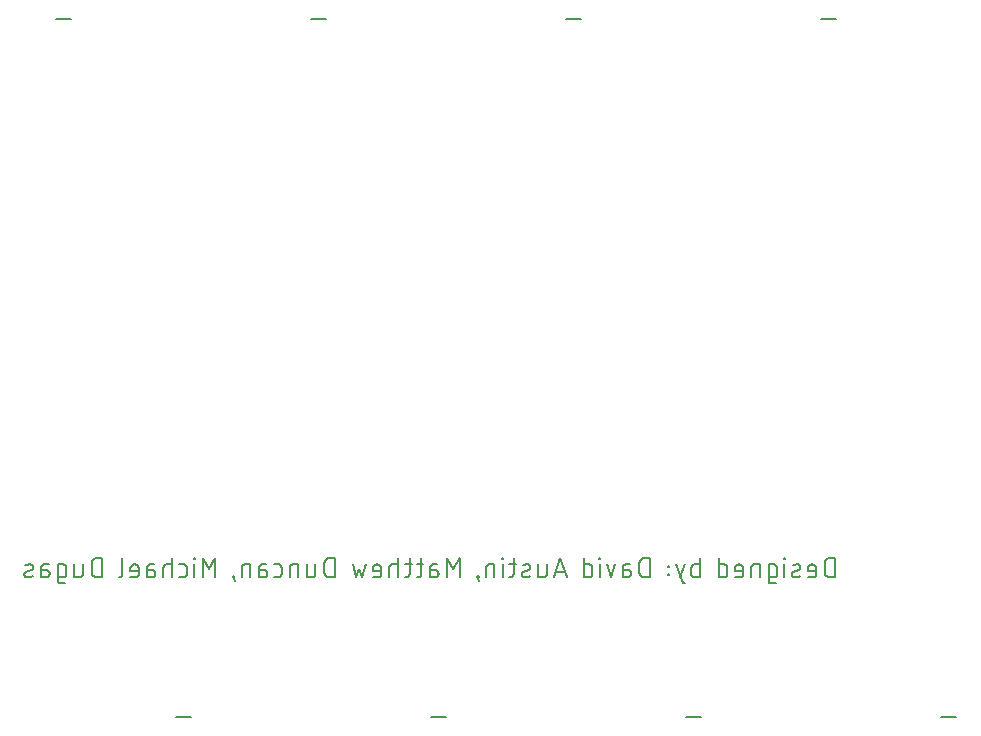
<source format=gbo>
G04 EAGLE Gerber X2 export*
%TF.Part,Single*%
%TF.FileFunction,Other,Bottom Silkscreen*%
%TF.FilePolarity,Positive*%
%TF.GenerationSoftware,Autodesk,EAGLE,8.7.1*%
%TF.CreationDate,2018-04-02T18:03:59Z*%
G75*
%MOMM*%
%FSLAX34Y34*%
%LPD*%
%AMOC8*
5,1,8,0,0,1.08239X$1,22.5*%
G01*
%ADD10C,0.152400*%
%ADD11C,0.203200*%


D10*
X805688Y197612D02*
X805688Y213868D01*
X801172Y213868D01*
X801041Y213866D01*
X800909Y213860D01*
X800778Y213851D01*
X800648Y213837D01*
X800517Y213820D01*
X800388Y213799D01*
X800259Y213775D01*
X800131Y213746D01*
X800003Y213714D01*
X799877Y213678D01*
X799752Y213639D01*
X799627Y213596D01*
X799505Y213549D01*
X799383Y213499D01*
X799263Y213445D01*
X799145Y213388D01*
X799029Y213327D01*
X798914Y213263D01*
X798801Y213196D01*
X798690Y213125D01*
X798582Y213051D01*
X798475Y212974D01*
X798371Y212894D01*
X798269Y212811D01*
X798170Y212726D01*
X798073Y212637D01*
X797979Y212545D01*
X797887Y212451D01*
X797798Y212354D01*
X797713Y212255D01*
X797630Y212153D01*
X797550Y212049D01*
X797473Y211942D01*
X797399Y211834D01*
X797328Y211723D01*
X797261Y211610D01*
X797197Y211495D01*
X797136Y211379D01*
X797079Y211261D01*
X797025Y211141D01*
X796975Y211019D01*
X796928Y210897D01*
X796885Y210772D01*
X796846Y210647D01*
X796810Y210521D01*
X796778Y210393D01*
X796749Y210265D01*
X796725Y210136D01*
X796704Y210007D01*
X796687Y209876D01*
X796673Y209746D01*
X796664Y209615D01*
X796658Y209483D01*
X796656Y209352D01*
X796657Y209352D02*
X796657Y202128D01*
X796656Y202128D02*
X796658Y201997D01*
X796664Y201865D01*
X796673Y201734D01*
X796687Y201604D01*
X796704Y201473D01*
X796725Y201344D01*
X796749Y201215D01*
X796778Y201087D01*
X796810Y200959D01*
X796846Y200833D01*
X796885Y200708D01*
X796928Y200583D01*
X796975Y200461D01*
X797025Y200339D01*
X797079Y200219D01*
X797136Y200101D01*
X797197Y199985D01*
X797261Y199870D01*
X797328Y199757D01*
X797399Y199646D01*
X797473Y199538D01*
X797550Y199431D01*
X797630Y199327D01*
X797713Y199225D01*
X797798Y199126D01*
X797887Y199029D01*
X797979Y198935D01*
X798073Y198843D01*
X798170Y198754D01*
X798269Y198669D01*
X798371Y198586D01*
X798475Y198506D01*
X798582Y198429D01*
X798690Y198355D01*
X798801Y198284D01*
X798914Y198217D01*
X799029Y198153D01*
X799145Y198092D01*
X799263Y198035D01*
X799383Y197981D01*
X799505Y197931D01*
X799627Y197884D01*
X799752Y197841D01*
X799877Y197802D01*
X800003Y197766D01*
X800131Y197734D01*
X800259Y197705D01*
X800388Y197681D01*
X800517Y197660D01*
X800648Y197643D01*
X800778Y197629D01*
X800909Y197620D01*
X801041Y197614D01*
X801172Y197612D01*
X805688Y197612D01*
X786965Y197612D02*
X782450Y197612D01*
X786965Y197612D02*
X787066Y197614D01*
X787167Y197620D01*
X787268Y197629D01*
X787369Y197642D01*
X787469Y197659D01*
X787568Y197680D01*
X787666Y197704D01*
X787763Y197732D01*
X787860Y197764D01*
X787955Y197799D01*
X788048Y197838D01*
X788140Y197880D01*
X788231Y197926D01*
X788320Y197975D01*
X788406Y198027D01*
X788491Y198083D01*
X788574Y198141D01*
X788654Y198203D01*
X788732Y198268D01*
X788808Y198335D01*
X788881Y198405D01*
X788951Y198478D01*
X789018Y198554D01*
X789083Y198632D01*
X789145Y198712D01*
X789203Y198795D01*
X789259Y198880D01*
X789311Y198966D01*
X789360Y199055D01*
X789406Y199146D01*
X789448Y199238D01*
X789487Y199331D01*
X789522Y199426D01*
X789554Y199523D01*
X789582Y199620D01*
X789606Y199718D01*
X789627Y199817D01*
X789644Y199917D01*
X789657Y200018D01*
X789666Y200119D01*
X789672Y200220D01*
X789674Y200321D01*
X789675Y200321D02*
X789675Y204837D01*
X789674Y204837D02*
X789672Y204956D01*
X789666Y205076D01*
X789656Y205195D01*
X789642Y205313D01*
X789625Y205432D01*
X789603Y205549D01*
X789578Y205666D01*
X789548Y205781D01*
X789515Y205896D01*
X789478Y206010D01*
X789438Y206122D01*
X789393Y206233D01*
X789345Y206342D01*
X789294Y206450D01*
X789239Y206556D01*
X789180Y206660D01*
X789118Y206762D01*
X789053Y206862D01*
X788984Y206960D01*
X788912Y207056D01*
X788837Y207149D01*
X788760Y207239D01*
X788679Y207327D01*
X788595Y207412D01*
X788508Y207494D01*
X788419Y207574D01*
X788327Y207650D01*
X788233Y207724D01*
X788136Y207794D01*
X788038Y207861D01*
X787937Y207925D01*
X787833Y207985D01*
X787728Y208042D01*
X787621Y208095D01*
X787513Y208145D01*
X787403Y208191D01*
X787291Y208233D01*
X787178Y208272D01*
X787064Y208307D01*
X786949Y208338D01*
X786832Y208366D01*
X786715Y208389D01*
X786598Y208409D01*
X786479Y208425D01*
X786360Y208437D01*
X786241Y208445D01*
X786122Y208449D01*
X786002Y208449D01*
X785883Y208445D01*
X785764Y208437D01*
X785645Y208425D01*
X785526Y208409D01*
X785409Y208389D01*
X785292Y208366D01*
X785175Y208338D01*
X785060Y208307D01*
X784946Y208272D01*
X784833Y208233D01*
X784721Y208191D01*
X784611Y208145D01*
X784503Y208095D01*
X784396Y208042D01*
X784291Y207985D01*
X784187Y207925D01*
X784086Y207861D01*
X783988Y207794D01*
X783891Y207724D01*
X783797Y207650D01*
X783705Y207574D01*
X783616Y207494D01*
X783529Y207412D01*
X783445Y207327D01*
X783364Y207239D01*
X783287Y207149D01*
X783212Y207056D01*
X783140Y206960D01*
X783071Y206862D01*
X783006Y206762D01*
X782944Y206660D01*
X782885Y206556D01*
X782830Y206450D01*
X782779Y206342D01*
X782731Y206233D01*
X782686Y206122D01*
X782646Y206010D01*
X782609Y205896D01*
X782576Y205781D01*
X782546Y205666D01*
X782521Y205549D01*
X782499Y205432D01*
X782482Y205313D01*
X782468Y205195D01*
X782458Y205076D01*
X782452Y204956D01*
X782450Y204837D01*
X782450Y203031D01*
X789675Y203031D01*
X774773Y203934D02*
X770257Y202128D01*
X774773Y203934D02*
X774861Y203971D01*
X774947Y204012D01*
X775032Y204056D01*
X775115Y204104D01*
X775195Y204155D01*
X775274Y204209D01*
X775350Y204267D01*
X775424Y204327D01*
X775496Y204391D01*
X775564Y204457D01*
X775630Y204527D01*
X775693Y204598D01*
X775754Y204673D01*
X775811Y204749D01*
X775864Y204828D01*
X775915Y204909D01*
X775962Y204992D01*
X776006Y205077D01*
X776046Y205164D01*
X776083Y205252D01*
X776116Y205342D01*
X776146Y205433D01*
X776171Y205525D01*
X776193Y205618D01*
X776211Y205712D01*
X776226Y205806D01*
X776236Y205901D01*
X776242Y205997D01*
X776245Y206092D01*
X776244Y206188D01*
X776238Y206283D01*
X776229Y206379D01*
X776216Y206473D01*
X776200Y206567D01*
X776179Y206661D01*
X776154Y206753D01*
X776126Y206844D01*
X776094Y206934D01*
X776059Y207023D01*
X776020Y207110D01*
X775977Y207196D01*
X775931Y207280D01*
X775881Y207361D01*
X775829Y207441D01*
X775773Y207519D01*
X775713Y207594D01*
X775651Y207666D01*
X775586Y207736D01*
X775518Y207804D01*
X775448Y207868D01*
X775375Y207930D01*
X775299Y207988D01*
X775221Y208044D01*
X775141Y208096D01*
X775059Y208145D01*
X774975Y208190D01*
X774889Y208232D01*
X774802Y208271D01*
X774713Y208306D01*
X774622Y208337D01*
X774531Y208364D01*
X774438Y208388D01*
X774345Y208408D01*
X774251Y208424D01*
X774156Y208436D01*
X774061Y208445D01*
X773965Y208449D01*
X773870Y208450D01*
X773623Y208443D01*
X773377Y208431D01*
X773131Y208413D01*
X772885Y208388D01*
X772641Y208358D01*
X772397Y208322D01*
X772154Y208281D01*
X771912Y208233D01*
X771671Y208179D01*
X771432Y208120D01*
X771194Y208055D01*
X770958Y207984D01*
X770723Y207908D01*
X770490Y207826D01*
X770260Y207738D01*
X770032Y207645D01*
X769805Y207547D01*
X770257Y202127D02*
X770169Y202090D01*
X770083Y202049D01*
X769998Y202005D01*
X769915Y201957D01*
X769835Y201906D01*
X769756Y201852D01*
X769680Y201794D01*
X769606Y201734D01*
X769534Y201670D01*
X769466Y201604D01*
X769400Y201534D01*
X769337Y201463D01*
X769276Y201388D01*
X769219Y201312D01*
X769166Y201233D01*
X769115Y201152D01*
X769068Y201069D01*
X769024Y200984D01*
X768984Y200897D01*
X768947Y200809D01*
X768914Y200719D01*
X768884Y200628D01*
X768859Y200536D01*
X768837Y200443D01*
X768819Y200349D01*
X768804Y200255D01*
X768794Y200160D01*
X768788Y200064D01*
X768785Y199969D01*
X768786Y199873D01*
X768792Y199778D01*
X768801Y199682D01*
X768814Y199588D01*
X768830Y199494D01*
X768851Y199400D01*
X768876Y199308D01*
X768904Y199217D01*
X768936Y199127D01*
X768971Y199038D01*
X769010Y198951D01*
X769053Y198865D01*
X769099Y198781D01*
X769149Y198700D01*
X769201Y198620D01*
X769257Y198542D01*
X769317Y198467D01*
X769379Y198395D01*
X769444Y198325D01*
X769512Y198257D01*
X769582Y198193D01*
X769655Y198131D01*
X769731Y198073D01*
X769809Y198017D01*
X769889Y197965D01*
X769971Y197916D01*
X770055Y197871D01*
X770141Y197829D01*
X770228Y197790D01*
X770317Y197755D01*
X770408Y197724D01*
X770499Y197697D01*
X770592Y197673D01*
X770685Y197653D01*
X770779Y197637D01*
X770874Y197625D01*
X770969Y197616D01*
X771065Y197612D01*
X771160Y197611D01*
X771161Y197612D02*
X771523Y197621D01*
X771885Y197639D01*
X772246Y197666D01*
X772606Y197701D01*
X772966Y197744D01*
X773325Y197796D01*
X773682Y197857D01*
X774037Y197926D01*
X774391Y198003D01*
X774743Y198089D01*
X775093Y198183D01*
X775441Y198286D01*
X775786Y198396D01*
X776128Y198515D01*
X762615Y197612D02*
X762615Y208449D01*
X763067Y212965D02*
X763067Y213868D01*
X762164Y213868D01*
X762164Y212965D01*
X763067Y212965D01*
X753692Y197612D02*
X749177Y197612D01*
X753692Y197612D02*
X753793Y197614D01*
X753894Y197620D01*
X753995Y197629D01*
X754096Y197642D01*
X754196Y197659D01*
X754295Y197680D01*
X754393Y197704D01*
X754490Y197732D01*
X754587Y197764D01*
X754682Y197799D01*
X754775Y197838D01*
X754867Y197880D01*
X754958Y197926D01*
X755047Y197975D01*
X755133Y198027D01*
X755218Y198083D01*
X755301Y198141D01*
X755381Y198203D01*
X755459Y198268D01*
X755535Y198335D01*
X755608Y198405D01*
X755678Y198478D01*
X755745Y198554D01*
X755810Y198632D01*
X755872Y198712D01*
X755930Y198795D01*
X755986Y198880D01*
X756038Y198966D01*
X756087Y199055D01*
X756133Y199146D01*
X756175Y199238D01*
X756214Y199331D01*
X756249Y199426D01*
X756281Y199523D01*
X756309Y199620D01*
X756333Y199718D01*
X756354Y199817D01*
X756371Y199917D01*
X756384Y200018D01*
X756393Y200119D01*
X756399Y200220D01*
X756401Y200321D01*
X756401Y205740D01*
X756399Y205841D01*
X756393Y205942D01*
X756384Y206043D01*
X756371Y206144D01*
X756354Y206244D01*
X756333Y206343D01*
X756309Y206441D01*
X756281Y206538D01*
X756249Y206635D01*
X756214Y206730D01*
X756175Y206823D01*
X756133Y206915D01*
X756087Y207006D01*
X756038Y207095D01*
X755986Y207181D01*
X755930Y207266D01*
X755872Y207349D01*
X755810Y207429D01*
X755745Y207507D01*
X755678Y207583D01*
X755608Y207656D01*
X755535Y207726D01*
X755459Y207793D01*
X755381Y207858D01*
X755301Y207920D01*
X755218Y207978D01*
X755133Y208034D01*
X755047Y208086D01*
X754958Y208135D01*
X754867Y208181D01*
X754775Y208223D01*
X754682Y208262D01*
X754587Y208297D01*
X754490Y208329D01*
X754393Y208357D01*
X754295Y208381D01*
X754196Y208402D01*
X754096Y208419D01*
X753995Y208432D01*
X753894Y208441D01*
X753793Y208447D01*
X753692Y208449D01*
X749177Y208449D01*
X749177Y194903D01*
X749179Y194802D01*
X749185Y194701D01*
X749194Y194600D01*
X749207Y194499D01*
X749224Y194399D01*
X749245Y194300D01*
X749269Y194202D01*
X749297Y194105D01*
X749329Y194008D01*
X749364Y193913D01*
X749403Y193820D01*
X749445Y193728D01*
X749491Y193637D01*
X749540Y193549D01*
X749592Y193462D01*
X749648Y193377D01*
X749706Y193294D01*
X749768Y193214D01*
X749833Y193136D01*
X749900Y193060D01*
X749970Y192987D01*
X750043Y192917D01*
X750119Y192850D01*
X750197Y192785D01*
X750277Y192723D01*
X750360Y192665D01*
X750445Y192609D01*
X750532Y192557D01*
X750620Y192508D01*
X750711Y192462D01*
X750803Y192420D01*
X750896Y192381D01*
X750991Y192346D01*
X751088Y192314D01*
X751185Y192286D01*
X751283Y192262D01*
X751382Y192241D01*
X751482Y192224D01*
X751583Y192211D01*
X751684Y192202D01*
X751785Y192196D01*
X751886Y192194D01*
X751886Y192193D02*
X755498Y192193D01*
X741739Y197612D02*
X741739Y208449D01*
X737223Y208449D01*
X737119Y208447D01*
X737016Y208441D01*
X736912Y208431D01*
X736809Y208417D01*
X736707Y208399D01*
X736606Y208378D01*
X736505Y208352D01*
X736406Y208323D01*
X736307Y208290D01*
X736210Y208253D01*
X736115Y208212D01*
X736021Y208168D01*
X735929Y208120D01*
X735839Y208069D01*
X735750Y208014D01*
X735664Y207956D01*
X735581Y207894D01*
X735499Y207830D01*
X735421Y207762D01*
X735345Y207692D01*
X735271Y207619D01*
X735201Y207542D01*
X735133Y207464D01*
X735069Y207382D01*
X735007Y207299D01*
X734949Y207213D01*
X734894Y207124D01*
X734843Y207034D01*
X734795Y206942D01*
X734751Y206848D01*
X734710Y206753D01*
X734673Y206656D01*
X734640Y206557D01*
X734611Y206458D01*
X734585Y206357D01*
X734564Y206256D01*
X734546Y206154D01*
X734532Y206051D01*
X734522Y205947D01*
X734516Y205844D01*
X734514Y205740D01*
X734514Y197612D01*
X724962Y197612D02*
X720446Y197612D01*
X724962Y197612D02*
X725063Y197614D01*
X725164Y197620D01*
X725265Y197629D01*
X725366Y197642D01*
X725466Y197659D01*
X725565Y197680D01*
X725663Y197704D01*
X725760Y197732D01*
X725857Y197764D01*
X725952Y197799D01*
X726045Y197838D01*
X726137Y197880D01*
X726228Y197926D01*
X726317Y197975D01*
X726403Y198027D01*
X726488Y198083D01*
X726571Y198141D01*
X726651Y198203D01*
X726729Y198268D01*
X726805Y198335D01*
X726878Y198405D01*
X726948Y198478D01*
X727015Y198554D01*
X727080Y198632D01*
X727142Y198712D01*
X727200Y198795D01*
X727256Y198880D01*
X727308Y198966D01*
X727357Y199055D01*
X727403Y199146D01*
X727445Y199238D01*
X727484Y199331D01*
X727519Y199426D01*
X727551Y199523D01*
X727579Y199620D01*
X727603Y199718D01*
X727624Y199817D01*
X727641Y199917D01*
X727654Y200018D01*
X727663Y200119D01*
X727669Y200220D01*
X727671Y200321D01*
X727671Y204837D01*
X727670Y204837D02*
X727668Y204956D01*
X727662Y205076D01*
X727652Y205195D01*
X727638Y205313D01*
X727621Y205432D01*
X727599Y205549D01*
X727574Y205666D01*
X727544Y205781D01*
X727511Y205896D01*
X727474Y206010D01*
X727434Y206122D01*
X727389Y206233D01*
X727341Y206342D01*
X727290Y206450D01*
X727235Y206556D01*
X727176Y206660D01*
X727114Y206762D01*
X727049Y206862D01*
X726980Y206960D01*
X726908Y207056D01*
X726833Y207149D01*
X726756Y207239D01*
X726675Y207327D01*
X726591Y207412D01*
X726504Y207494D01*
X726415Y207574D01*
X726323Y207650D01*
X726229Y207724D01*
X726132Y207794D01*
X726034Y207861D01*
X725933Y207925D01*
X725829Y207985D01*
X725724Y208042D01*
X725617Y208095D01*
X725509Y208145D01*
X725399Y208191D01*
X725287Y208233D01*
X725174Y208272D01*
X725060Y208307D01*
X724945Y208338D01*
X724828Y208366D01*
X724711Y208389D01*
X724594Y208409D01*
X724475Y208425D01*
X724356Y208437D01*
X724237Y208445D01*
X724118Y208449D01*
X723998Y208449D01*
X723879Y208445D01*
X723760Y208437D01*
X723641Y208425D01*
X723522Y208409D01*
X723405Y208389D01*
X723288Y208366D01*
X723171Y208338D01*
X723056Y208307D01*
X722942Y208272D01*
X722829Y208233D01*
X722717Y208191D01*
X722607Y208145D01*
X722499Y208095D01*
X722392Y208042D01*
X722287Y207985D01*
X722183Y207925D01*
X722082Y207861D01*
X721984Y207794D01*
X721887Y207724D01*
X721793Y207650D01*
X721701Y207574D01*
X721612Y207494D01*
X721525Y207412D01*
X721441Y207327D01*
X721360Y207239D01*
X721283Y207149D01*
X721208Y207056D01*
X721136Y206960D01*
X721067Y206862D01*
X721002Y206762D01*
X720940Y206660D01*
X720881Y206556D01*
X720826Y206450D01*
X720775Y206342D01*
X720727Y206233D01*
X720682Y206122D01*
X720642Y206010D01*
X720605Y205896D01*
X720572Y205781D01*
X720542Y205666D01*
X720517Y205549D01*
X720495Y205432D01*
X720478Y205313D01*
X720464Y205195D01*
X720454Y205076D01*
X720448Y204956D01*
X720446Y204837D01*
X720446Y203031D01*
X727671Y203031D01*
X706972Y197612D02*
X706972Y213868D01*
X706972Y197612D02*
X711488Y197612D01*
X711589Y197614D01*
X711690Y197620D01*
X711791Y197629D01*
X711892Y197642D01*
X711992Y197659D01*
X712091Y197680D01*
X712189Y197704D01*
X712286Y197732D01*
X712383Y197764D01*
X712478Y197799D01*
X712571Y197838D01*
X712663Y197880D01*
X712754Y197926D01*
X712843Y197975D01*
X712929Y198027D01*
X713014Y198083D01*
X713097Y198141D01*
X713177Y198203D01*
X713255Y198268D01*
X713331Y198335D01*
X713404Y198405D01*
X713474Y198478D01*
X713541Y198554D01*
X713606Y198632D01*
X713668Y198712D01*
X713726Y198795D01*
X713782Y198880D01*
X713834Y198966D01*
X713883Y199055D01*
X713929Y199146D01*
X713971Y199238D01*
X714010Y199331D01*
X714045Y199426D01*
X714077Y199523D01*
X714105Y199620D01*
X714129Y199718D01*
X714150Y199817D01*
X714167Y199917D01*
X714180Y200018D01*
X714189Y200119D01*
X714195Y200220D01*
X714197Y200321D01*
X714197Y205740D01*
X714195Y205841D01*
X714189Y205942D01*
X714180Y206043D01*
X714167Y206144D01*
X714150Y206244D01*
X714129Y206343D01*
X714105Y206441D01*
X714077Y206538D01*
X714045Y206635D01*
X714010Y206730D01*
X713971Y206823D01*
X713929Y206915D01*
X713883Y207006D01*
X713834Y207095D01*
X713782Y207181D01*
X713726Y207266D01*
X713668Y207349D01*
X713606Y207429D01*
X713541Y207507D01*
X713474Y207583D01*
X713404Y207656D01*
X713331Y207726D01*
X713255Y207793D01*
X713177Y207858D01*
X713097Y207920D01*
X713014Y207978D01*
X712929Y208034D01*
X712843Y208086D01*
X712754Y208135D01*
X712663Y208181D01*
X712571Y208223D01*
X712478Y208262D01*
X712383Y208297D01*
X712286Y208329D01*
X712189Y208357D01*
X712091Y208381D01*
X711992Y208402D01*
X711892Y208419D01*
X711791Y208432D01*
X711690Y208441D01*
X711589Y208447D01*
X711488Y208449D01*
X706972Y208449D01*
X691125Y213868D02*
X691125Y197612D01*
X686609Y197612D01*
X686505Y197614D01*
X686402Y197620D01*
X686298Y197630D01*
X686195Y197644D01*
X686093Y197662D01*
X685992Y197683D01*
X685891Y197709D01*
X685792Y197738D01*
X685693Y197771D01*
X685596Y197808D01*
X685501Y197849D01*
X685407Y197893D01*
X685315Y197941D01*
X685225Y197992D01*
X685136Y198047D01*
X685050Y198105D01*
X684967Y198167D01*
X684885Y198231D01*
X684807Y198299D01*
X684731Y198369D01*
X684657Y198442D01*
X684587Y198519D01*
X684519Y198597D01*
X684455Y198679D01*
X684393Y198762D01*
X684335Y198848D01*
X684280Y198937D01*
X684229Y199027D01*
X684181Y199119D01*
X684137Y199213D01*
X684096Y199308D01*
X684059Y199405D01*
X684026Y199504D01*
X683997Y199603D01*
X683971Y199704D01*
X683950Y199805D01*
X683932Y199907D01*
X683918Y200010D01*
X683908Y200114D01*
X683902Y200217D01*
X683900Y200321D01*
X683900Y205740D01*
X683902Y205841D01*
X683908Y205942D01*
X683917Y206043D01*
X683930Y206144D01*
X683947Y206244D01*
X683968Y206343D01*
X683992Y206441D01*
X684020Y206538D01*
X684052Y206635D01*
X684087Y206730D01*
X684126Y206823D01*
X684168Y206915D01*
X684214Y207006D01*
X684263Y207095D01*
X684315Y207181D01*
X684371Y207266D01*
X684429Y207349D01*
X684491Y207429D01*
X684556Y207507D01*
X684623Y207583D01*
X684693Y207656D01*
X684766Y207726D01*
X684842Y207793D01*
X684920Y207858D01*
X685000Y207920D01*
X685083Y207978D01*
X685168Y208034D01*
X685255Y208086D01*
X685343Y208135D01*
X685434Y208181D01*
X685526Y208223D01*
X685619Y208262D01*
X685714Y208297D01*
X685811Y208329D01*
X685908Y208357D01*
X686006Y208381D01*
X686105Y208402D01*
X686205Y208419D01*
X686306Y208432D01*
X686407Y208441D01*
X686508Y208447D01*
X686609Y208449D01*
X691125Y208449D01*
X678172Y192193D02*
X676366Y192193D01*
X670947Y208449D01*
X678172Y208449D02*
X674560Y197612D01*
X665111Y198967D02*
X665111Y199870D01*
X664208Y199870D01*
X664208Y198967D01*
X665111Y198967D01*
X665111Y206192D02*
X665111Y207095D01*
X664208Y207095D01*
X664208Y206192D01*
X665111Y206192D01*
X648855Y213868D02*
X648855Y197612D01*
X648855Y213868D02*
X644339Y213868D01*
X644208Y213866D01*
X644076Y213860D01*
X643945Y213851D01*
X643815Y213837D01*
X643684Y213820D01*
X643555Y213799D01*
X643426Y213775D01*
X643298Y213746D01*
X643170Y213714D01*
X643044Y213678D01*
X642919Y213639D01*
X642794Y213596D01*
X642672Y213549D01*
X642550Y213499D01*
X642430Y213445D01*
X642312Y213388D01*
X642196Y213327D01*
X642081Y213263D01*
X641968Y213196D01*
X641857Y213125D01*
X641749Y213051D01*
X641642Y212974D01*
X641538Y212894D01*
X641436Y212811D01*
X641337Y212726D01*
X641240Y212637D01*
X641146Y212545D01*
X641054Y212451D01*
X640965Y212354D01*
X640880Y212255D01*
X640797Y212153D01*
X640717Y212049D01*
X640640Y211942D01*
X640566Y211834D01*
X640495Y211723D01*
X640428Y211610D01*
X640364Y211495D01*
X640303Y211379D01*
X640246Y211261D01*
X640192Y211141D01*
X640142Y211019D01*
X640095Y210897D01*
X640052Y210772D01*
X640013Y210647D01*
X639977Y210521D01*
X639945Y210393D01*
X639916Y210265D01*
X639892Y210136D01*
X639871Y210007D01*
X639854Y209876D01*
X639840Y209746D01*
X639831Y209615D01*
X639825Y209483D01*
X639823Y209352D01*
X639824Y209352D02*
X639824Y202128D01*
X639823Y202128D02*
X639825Y201997D01*
X639831Y201865D01*
X639840Y201734D01*
X639854Y201604D01*
X639871Y201473D01*
X639892Y201344D01*
X639916Y201215D01*
X639945Y201087D01*
X639977Y200959D01*
X640013Y200833D01*
X640052Y200708D01*
X640095Y200583D01*
X640142Y200461D01*
X640192Y200339D01*
X640246Y200219D01*
X640303Y200101D01*
X640364Y199985D01*
X640428Y199870D01*
X640495Y199757D01*
X640566Y199646D01*
X640640Y199538D01*
X640717Y199431D01*
X640797Y199327D01*
X640880Y199225D01*
X640965Y199126D01*
X641054Y199029D01*
X641146Y198935D01*
X641240Y198843D01*
X641337Y198754D01*
X641436Y198669D01*
X641538Y198586D01*
X641642Y198506D01*
X641749Y198429D01*
X641857Y198355D01*
X641968Y198284D01*
X642081Y198217D01*
X642196Y198153D01*
X642312Y198092D01*
X642430Y198035D01*
X642550Y197981D01*
X642672Y197931D01*
X642794Y197884D01*
X642919Y197841D01*
X643044Y197802D01*
X643170Y197766D01*
X643298Y197734D01*
X643426Y197705D01*
X643555Y197681D01*
X643684Y197660D01*
X643815Y197643D01*
X643945Y197629D01*
X644076Y197620D01*
X644208Y197614D01*
X644339Y197612D01*
X648855Y197612D01*
X629754Y203934D02*
X625690Y203934D01*
X629754Y203934D02*
X629866Y203932D01*
X629977Y203926D01*
X630088Y203916D01*
X630199Y203903D01*
X630309Y203885D01*
X630418Y203863D01*
X630527Y203838D01*
X630635Y203809D01*
X630741Y203776D01*
X630847Y203739D01*
X630951Y203699D01*
X631053Y203655D01*
X631154Y203607D01*
X631253Y203556D01*
X631351Y203501D01*
X631446Y203443D01*
X631539Y203382D01*
X631630Y203317D01*
X631719Y203249D01*
X631805Y203178D01*
X631888Y203105D01*
X631969Y203028D01*
X632048Y202948D01*
X632123Y202866D01*
X632195Y202781D01*
X632265Y202694D01*
X632331Y202604D01*
X632394Y202512D01*
X632454Y202417D01*
X632510Y202321D01*
X632563Y202223D01*
X632612Y202123D01*
X632658Y202021D01*
X632700Y201918D01*
X632739Y201813D01*
X632774Y201707D01*
X632805Y201600D01*
X632832Y201492D01*
X632856Y201383D01*
X632875Y201273D01*
X632891Y201163D01*
X632903Y201052D01*
X632911Y200940D01*
X632915Y200829D01*
X632915Y200717D01*
X632911Y200606D01*
X632903Y200494D01*
X632891Y200383D01*
X632875Y200273D01*
X632856Y200163D01*
X632832Y200054D01*
X632805Y199946D01*
X632774Y199839D01*
X632739Y199733D01*
X632700Y199628D01*
X632658Y199525D01*
X632612Y199423D01*
X632563Y199323D01*
X632510Y199225D01*
X632454Y199129D01*
X632394Y199034D01*
X632331Y198942D01*
X632265Y198852D01*
X632195Y198765D01*
X632123Y198680D01*
X632048Y198598D01*
X631969Y198518D01*
X631888Y198441D01*
X631805Y198368D01*
X631719Y198297D01*
X631630Y198229D01*
X631539Y198164D01*
X631446Y198103D01*
X631351Y198045D01*
X631253Y197990D01*
X631154Y197939D01*
X631053Y197891D01*
X630951Y197847D01*
X630847Y197807D01*
X630741Y197770D01*
X630635Y197737D01*
X630527Y197708D01*
X630418Y197683D01*
X630309Y197661D01*
X630199Y197643D01*
X630088Y197630D01*
X629977Y197620D01*
X629866Y197614D01*
X629754Y197612D01*
X625690Y197612D01*
X625690Y205740D01*
X625692Y205841D01*
X625698Y205942D01*
X625707Y206043D01*
X625720Y206144D01*
X625737Y206244D01*
X625758Y206343D01*
X625782Y206441D01*
X625810Y206538D01*
X625842Y206635D01*
X625877Y206730D01*
X625916Y206823D01*
X625958Y206915D01*
X626004Y207006D01*
X626053Y207095D01*
X626105Y207181D01*
X626161Y207266D01*
X626219Y207349D01*
X626281Y207429D01*
X626346Y207507D01*
X626413Y207583D01*
X626483Y207656D01*
X626556Y207726D01*
X626632Y207793D01*
X626710Y207858D01*
X626790Y207920D01*
X626873Y207978D01*
X626958Y208034D01*
X627045Y208086D01*
X627133Y208135D01*
X627224Y208181D01*
X627316Y208223D01*
X627409Y208262D01*
X627504Y208297D01*
X627601Y208329D01*
X627698Y208357D01*
X627796Y208381D01*
X627895Y208402D01*
X627995Y208419D01*
X628096Y208432D01*
X628197Y208441D01*
X628298Y208447D01*
X628399Y208449D01*
X632012Y208449D01*
X619295Y208449D02*
X615682Y197612D01*
X612070Y208449D01*
X606303Y208449D02*
X606303Y197612D01*
X606755Y212965D02*
X606755Y213868D01*
X605852Y213868D01*
X605852Y212965D01*
X606755Y212965D01*
X592864Y213868D02*
X592864Y197612D01*
X597380Y197612D01*
X597481Y197614D01*
X597582Y197620D01*
X597683Y197629D01*
X597784Y197642D01*
X597884Y197659D01*
X597983Y197680D01*
X598081Y197704D01*
X598178Y197732D01*
X598275Y197764D01*
X598370Y197799D01*
X598463Y197838D01*
X598555Y197880D01*
X598646Y197926D01*
X598735Y197975D01*
X598821Y198027D01*
X598906Y198083D01*
X598989Y198141D01*
X599069Y198203D01*
X599147Y198268D01*
X599223Y198335D01*
X599296Y198405D01*
X599366Y198478D01*
X599433Y198554D01*
X599498Y198632D01*
X599560Y198712D01*
X599618Y198795D01*
X599674Y198880D01*
X599726Y198966D01*
X599775Y199055D01*
X599821Y199146D01*
X599863Y199238D01*
X599902Y199331D01*
X599937Y199426D01*
X599969Y199523D01*
X599997Y199620D01*
X600021Y199718D01*
X600042Y199817D01*
X600059Y199917D01*
X600072Y200018D01*
X600081Y200119D01*
X600087Y200220D01*
X600089Y200321D01*
X600089Y205740D01*
X600087Y205841D01*
X600081Y205942D01*
X600072Y206043D01*
X600059Y206144D01*
X600042Y206244D01*
X600021Y206343D01*
X599997Y206441D01*
X599969Y206538D01*
X599937Y206635D01*
X599902Y206730D01*
X599863Y206823D01*
X599821Y206915D01*
X599775Y207006D01*
X599726Y207095D01*
X599674Y207181D01*
X599618Y207266D01*
X599560Y207349D01*
X599498Y207429D01*
X599433Y207507D01*
X599366Y207583D01*
X599296Y207656D01*
X599223Y207726D01*
X599147Y207793D01*
X599069Y207858D01*
X598989Y207920D01*
X598906Y207978D01*
X598821Y208034D01*
X598735Y208086D01*
X598646Y208135D01*
X598555Y208181D01*
X598463Y208223D01*
X598370Y208262D01*
X598275Y208297D01*
X598178Y208329D01*
X598081Y208357D01*
X597983Y208381D01*
X597884Y208402D01*
X597784Y208419D01*
X597683Y208432D01*
X597582Y208441D01*
X597481Y208447D01*
X597380Y208449D01*
X592864Y208449D01*
X578375Y197612D02*
X572957Y213868D01*
X567538Y197612D01*
X568893Y201676D02*
X577021Y201676D01*
X561459Y200321D02*
X561459Y208449D01*
X561459Y200321D02*
X561457Y200220D01*
X561451Y200119D01*
X561442Y200018D01*
X561429Y199917D01*
X561412Y199817D01*
X561391Y199718D01*
X561367Y199620D01*
X561339Y199523D01*
X561307Y199426D01*
X561272Y199331D01*
X561233Y199238D01*
X561191Y199146D01*
X561145Y199055D01*
X561096Y198966D01*
X561044Y198880D01*
X560988Y198795D01*
X560930Y198712D01*
X560868Y198632D01*
X560803Y198554D01*
X560736Y198478D01*
X560666Y198405D01*
X560593Y198335D01*
X560517Y198268D01*
X560439Y198203D01*
X560359Y198141D01*
X560276Y198083D01*
X560191Y198027D01*
X560105Y197975D01*
X560016Y197926D01*
X559925Y197880D01*
X559833Y197838D01*
X559740Y197799D01*
X559645Y197764D01*
X559548Y197732D01*
X559451Y197704D01*
X559353Y197680D01*
X559254Y197659D01*
X559154Y197642D01*
X559053Y197629D01*
X558952Y197620D01*
X558851Y197614D01*
X558750Y197612D01*
X554234Y197612D01*
X554234Y208449D01*
X546036Y203934D02*
X541521Y202128D01*
X546037Y203934D02*
X546125Y203971D01*
X546211Y204012D01*
X546296Y204056D01*
X546379Y204104D01*
X546459Y204155D01*
X546538Y204209D01*
X546614Y204267D01*
X546688Y204327D01*
X546760Y204391D01*
X546828Y204457D01*
X546894Y204527D01*
X546957Y204598D01*
X547018Y204673D01*
X547075Y204749D01*
X547128Y204828D01*
X547179Y204909D01*
X547226Y204992D01*
X547270Y205077D01*
X547310Y205164D01*
X547347Y205252D01*
X547380Y205342D01*
X547410Y205433D01*
X547435Y205525D01*
X547457Y205618D01*
X547475Y205712D01*
X547490Y205806D01*
X547500Y205901D01*
X547506Y205997D01*
X547509Y206092D01*
X547508Y206188D01*
X547502Y206283D01*
X547493Y206379D01*
X547480Y206473D01*
X547464Y206567D01*
X547443Y206661D01*
X547418Y206753D01*
X547390Y206844D01*
X547358Y206934D01*
X547323Y207023D01*
X547284Y207110D01*
X547241Y207196D01*
X547195Y207280D01*
X547145Y207361D01*
X547093Y207441D01*
X547037Y207519D01*
X546977Y207594D01*
X546915Y207666D01*
X546850Y207736D01*
X546782Y207804D01*
X546712Y207868D01*
X546639Y207930D01*
X546563Y207988D01*
X546485Y208044D01*
X546405Y208096D01*
X546323Y208145D01*
X546239Y208190D01*
X546153Y208232D01*
X546066Y208271D01*
X545977Y208306D01*
X545886Y208337D01*
X545795Y208364D01*
X545702Y208388D01*
X545609Y208408D01*
X545515Y208424D01*
X545420Y208436D01*
X545325Y208445D01*
X545229Y208449D01*
X545134Y208450D01*
X544887Y208443D01*
X544641Y208431D01*
X544395Y208413D01*
X544149Y208388D01*
X543905Y208358D01*
X543661Y208322D01*
X543418Y208281D01*
X543176Y208233D01*
X542935Y208179D01*
X542696Y208120D01*
X542458Y208055D01*
X542222Y207984D01*
X541987Y207908D01*
X541754Y207826D01*
X541524Y207738D01*
X541296Y207645D01*
X541069Y207547D01*
X541520Y202127D02*
X541432Y202090D01*
X541346Y202049D01*
X541261Y202005D01*
X541178Y201957D01*
X541098Y201906D01*
X541019Y201852D01*
X540943Y201794D01*
X540869Y201734D01*
X540797Y201670D01*
X540729Y201604D01*
X540663Y201534D01*
X540600Y201463D01*
X540539Y201388D01*
X540482Y201312D01*
X540429Y201233D01*
X540378Y201152D01*
X540331Y201069D01*
X540287Y200984D01*
X540247Y200897D01*
X540210Y200809D01*
X540177Y200719D01*
X540147Y200628D01*
X540122Y200536D01*
X540100Y200443D01*
X540082Y200349D01*
X540067Y200255D01*
X540057Y200160D01*
X540051Y200064D01*
X540048Y199969D01*
X540049Y199873D01*
X540055Y199778D01*
X540064Y199682D01*
X540077Y199588D01*
X540093Y199494D01*
X540114Y199400D01*
X540139Y199308D01*
X540167Y199217D01*
X540199Y199127D01*
X540234Y199038D01*
X540273Y198951D01*
X540316Y198865D01*
X540362Y198781D01*
X540412Y198700D01*
X540464Y198620D01*
X540520Y198542D01*
X540580Y198467D01*
X540642Y198395D01*
X540707Y198325D01*
X540775Y198257D01*
X540845Y198193D01*
X540918Y198131D01*
X540994Y198073D01*
X541072Y198017D01*
X541152Y197965D01*
X541234Y197916D01*
X541318Y197871D01*
X541404Y197829D01*
X541491Y197790D01*
X541580Y197755D01*
X541671Y197724D01*
X541762Y197697D01*
X541855Y197673D01*
X541948Y197653D01*
X542042Y197637D01*
X542137Y197625D01*
X542232Y197616D01*
X542328Y197612D01*
X542423Y197611D01*
X542424Y197612D02*
X542786Y197621D01*
X543148Y197639D01*
X543509Y197666D01*
X543869Y197701D01*
X544229Y197744D01*
X544588Y197796D01*
X544945Y197857D01*
X545300Y197926D01*
X545654Y198003D01*
X546006Y198089D01*
X546356Y198183D01*
X546704Y198286D01*
X547049Y198396D01*
X547391Y198515D01*
X535141Y208449D02*
X529723Y208449D01*
X533335Y213868D02*
X533335Y200321D01*
X533333Y200220D01*
X533327Y200119D01*
X533318Y200018D01*
X533305Y199917D01*
X533288Y199817D01*
X533267Y199718D01*
X533243Y199620D01*
X533215Y199523D01*
X533183Y199426D01*
X533148Y199331D01*
X533109Y199238D01*
X533067Y199146D01*
X533021Y199055D01*
X532972Y198966D01*
X532920Y198880D01*
X532864Y198795D01*
X532806Y198712D01*
X532744Y198632D01*
X532679Y198554D01*
X532612Y198478D01*
X532542Y198405D01*
X532469Y198335D01*
X532393Y198268D01*
X532315Y198203D01*
X532235Y198141D01*
X532152Y198083D01*
X532067Y198027D01*
X531981Y197975D01*
X531892Y197926D01*
X531801Y197880D01*
X531709Y197838D01*
X531616Y197799D01*
X531521Y197764D01*
X531424Y197732D01*
X531327Y197704D01*
X531229Y197680D01*
X531130Y197659D01*
X531030Y197642D01*
X530929Y197629D01*
X530828Y197620D01*
X530727Y197614D01*
X530626Y197612D01*
X529723Y197612D01*
X523979Y197612D02*
X523979Y208449D01*
X524431Y212965D02*
X524431Y213868D01*
X523527Y213868D01*
X523527Y212965D01*
X524431Y212965D01*
X517171Y208449D02*
X517171Y197612D01*
X517171Y208449D02*
X512655Y208449D01*
X512551Y208447D01*
X512448Y208441D01*
X512344Y208431D01*
X512241Y208417D01*
X512139Y208399D01*
X512038Y208378D01*
X511937Y208352D01*
X511838Y208323D01*
X511739Y208290D01*
X511642Y208253D01*
X511547Y208212D01*
X511453Y208168D01*
X511361Y208120D01*
X511271Y208069D01*
X511182Y208014D01*
X511096Y207956D01*
X511013Y207894D01*
X510931Y207830D01*
X510853Y207762D01*
X510777Y207692D01*
X510703Y207619D01*
X510633Y207542D01*
X510565Y207464D01*
X510501Y207382D01*
X510439Y207299D01*
X510381Y207213D01*
X510326Y207124D01*
X510275Y207034D01*
X510227Y206942D01*
X510183Y206848D01*
X510142Y206753D01*
X510105Y206656D01*
X510072Y206557D01*
X510043Y206458D01*
X510017Y206357D01*
X509996Y206256D01*
X509978Y206154D01*
X509964Y206051D01*
X509954Y205947D01*
X509948Y205844D01*
X509946Y205740D01*
X509946Y197612D01*
X503642Y197612D02*
X502739Y197612D01*
X503642Y197612D02*
X503642Y198515D01*
X502739Y198515D01*
X502739Y197612D01*
X504094Y194000D01*
X487714Y197612D02*
X487714Y213868D01*
X482296Y204837D01*
X476877Y213868D01*
X476877Y197612D01*
X466668Y203934D02*
X462604Y203934D01*
X466668Y203934D02*
X466780Y203932D01*
X466891Y203926D01*
X467002Y203916D01*
X467113Y203903D01*
X467223Y203885D01*
X467332Y203863D01*
X467441Y203838D01*
X467549Y203809D01*
X467655Y203776D01*
X467761Y203739D01*
X467865Y203699D01*
X467967Y203655D01*
X468068Y203607D01*
X468167Y203556D01*
X468265Y203501D01*
X468360Y203443D01*
X468453Y203382D01*
X468544Y203317D01*
X468633Y203249D01*
X468719Y203178D01*
X468802Y203105D01*
X468883Y203028D01*
X468962Y202948D01*
X469037Y202866D01*
X469109Y202781D01*
X469179Y202694D01*
X469245Y202604D01*
X469308Y202512D01*
X469368Y202417D01*
X469424Y202321D01*
X469477Y202223D01*
X469526Y202123D01*
X469572Y202021D01*
X469614Y201918D01*
X469653Y201813D01*
X469688Y201707D01*
X469719Y201600D01*
X469746Y201492D01*
X469770Y201383D01*
X469789Y201273D01*
X469805Y201163D01*
X469817Y201052D01*
X469825Y200940D01*
X469829Y200829D01*
X469829Y200717D01*
X469825Y200606D01*
X469817Y200494D01*
X469805Y200383D01*
X469789Y200273D01*
X469770Y200163D01*
X469746Y200054D01*
X469719Y199946D01*
X469688Y199839D01*
X469653Y199733D01*
X469614Y199628D01*
X469572Y199525D01*
X469526Y199423D01*
X469477Y199323D01*
X469424Y199225D01*
X469368Y199129D01*
X469308Y199034D01*
X469245Y198942D01*
X469179Y198852D01*
X469109Y198765D01*
X469037Y198680D01*
X468962Y198598D01*
X468883Y198518D01*
X468802Y198441D01*
X468719Y198368D01*
X468633Y198297D01*
X468544Y198229D01*
X468453Y198164D01*
X468360Y198103D01*
X468265Y198045D01*
X468167Y197990D01*
X468068Y197939D01*
X467967Y197891D01*
X467865Y197847D01*
X467761Y197807D01*
X467655Y197770D01*
X467549Y197737D01*
X467441Y197708D01*
X467332Y197683D01*
X467223Y197661D01*
X467113Y197643D01*
X467002Y197630D01*
X466891Y197620D01*
X466780Y197614D01*
X466668Y197612D01*
X462604Y197612D01*
X462604Y205740D01*
X462605Y205740D02*
X462607Y205841D01*
X462613Y205942D01*
X462622Y206043D01*
X462635Y206144D01*
X462652Y206244D01*
X462673Y206343D01*
X462697Y206441D01*
X462725Y206538D01*
X462757Y206635D01*
X462792Y206730D01*
X462831Y206823D01*
X462873Y206915D01*
X462919Y207006D01*
X462968Y207095D01*
X463020Y207181D01*
X463076Y207266D01*
X463134Y207349D01*
X463196Y207429D01*
X463261Y207507D01*
X463328Y207583D01*
X463398Y207656D01*
X463471Y207726D01*
X463547Y207793D01*
X463625Y207858D01*
X463705Y207920D01*
X463788Y207978D01*
X463873Y208034D01*
X463960Y208086D01*
X464048Y208135D01*
X464139Y208181D01*
X464231Y208223D01*
X464324Y208262D01*
X464419Y208297D01*
X464516Y208329D01*
X464613Y208357D01*
X464711Y208381D01*
X464810Y208402D01*
X464910Y208419D01*
X465011Y208432D01*
X465112Y208441D01*
X465213Y208447D01*
X465314Y208449D01*
X468926Y208449D01*
X456985Y208449D02*
X451566Y208449D01*
X455179Y213868D02*
X455179Y200321D01*
X455177Y200220D01*
X455171Y200119D01*
X455162Y200018D01*
X455149Y199917D01*
X455132Y199817D01*
X455111Y199718D01*
X455087Y199620D01*
X455059Y199523D01*
X455027Y199426D01*
X454992Y199331D01*
X454953Y199238D01*
X454911Y199146D01*
X454865Y199055D01*
X454816Y198966D01*
X454764Y198880D01*
X454708Y198795D01*
X454650Y198712D01*
X454588Y198632D01*
X454523Y198554D01*
X454456Y198478D01*
X454386Y198405D01*
X454313Y198335D01*
X454237Y198268D01*
X454159Y198203D01*
X454079Y198141D01*
X453996Y198083D01*
X453911Y198027D01*
X453825Y197975D01*
X453736Y197926D01*
X453645Y197880D01*
X453553Y197838D01*
X453460Y197799D01*
X453365Y197764D01*
X453268Y197732D01*
X453171Y197704D01*
X453073Y197680D01*
X452974Y197659D01*
X452874Y197642D01*
X452773Y197629D01*
X452672Y197620D01*
X452571Y197614D01*
X452470Y197612D01*
X451566Y197612D01*
X447085Y208449D02*
X441667Y208449D01*
X445279Y213868D02*
X445279Y200321D01*
X445277Y200220D01*
X445271Y200119D01*
X445262Y200018D01*
X445249Y199917D01*
X445232Y199817D01*
X445211Y199718D01*
X445187Y199620D01*
X445159Y199523D01*
X445127Y199426D01*
X445092Y199331D01*
X445053Y199238D01*
X445011Y199146D01*
X444965Y199055D01*
X444916Y198966D01*
X444864Y198880D01*
X444808Y198795D01*
X444750Y198712D01*
X444688Y198632D01*
X444623Y198554D01*
X444556Y198478D01*
X444486Y198405D01*
X444413Y198335D01*
X444337Y198268D01*
X444259Y198203D01*
X444179Y198141D01*
X444096Y198083D01*
X444011Y198027D01*
X443925Y197975D01*
X443836Y197926D01*
X443745Y197880D01*
X443653Y197838D01*
X443560Y197799D01*
X443465Y197764D01*
X443368Y197732D01*
X443271Y197704D01*
X443173Y197680D01*
X443074Y197659D01*
X442974Y197642D01*
X442873Y197629D01*
X442772Y197620D01*
X442671Y197614D01*
X442570Y197612D01*
X441667Y197612D01*
X435367Y197612D02*
X435367Y213868D01*
X435367Y208449D02*
X430852Y208449D01*
X430748Y208447D01*
X430645Y208441D01*
X430541Y208431D01*
X430438Y208417D01*
X430336Y208399D01*
X430235Y208378D01*
X430134Y208352D01*
X430035Y208323D01*
X429936Y208290D01*
X429839Y208253D01*
X429744Y208212D01*
X429650Y208168D01*
X429558Y208120D01*
X429468Y208069D01*
X429379Y208014D01*
X429293Y207956D01*
X429210Y207894D01*
X429128Y207830D01*
X429050Y207762D01*
X428974Y207692D01*
X428900Y207619D01*
X428830Y207542D01*
X428762Y207464D01*
X428698Y207382D01*
X428636Y207299D01*
X428578Y207213D01*
X428523Y207124D01*
X428472Y207034D01*
X428424Y206942D01*
X428380Y206848D01*
X428339Y206753D01*
X428302Y206656D01*
X428269Y206557D01*
X428240Y206458D01*
X428214Y206357D01*
X428193Y206256D01*
X428175Y206154D01*
X428161Y206051D01*
X428151Y205947D01*
X428145Y205844D01*
X428143Y205740D01*
X428142Y205740D02*
X428142Y197612D01*
X418590Y197612D02*
X414074Y197612D01*
X418590Y197612D02*
X418691Y197614D01*
X418792Y197620D01*
X418893Y197629D01*
X418994Y197642D01*
X419094Y197659D01*
X419193Y197680D01*
X419291Y197704D01*
X419388Y197732D01*
X419485Y197764D01*
X419580Y197799D01*
X419673Y197838D01*
X419765Y197880D01*
X419856Y197926D01*
X419945Y197975D01*
X420031Y198027D01*
X420116Y198083D01*
X420199Y198141D01*
X420279Y198203D01*
X420357Y198268D01*
X420433Y198335D01*
X420506Y198405D01*
X420576Y198478D01*
X420643Y198554D01*
X420708Y198632D01*
X420770Y198712D01*
X420828Y198795D01*
X420884Y198880D01*
X420936Y198966D01*
X420985Y199055D01*
X421031Y199146D01*
X421073Y199238D01*
X421112Y199331D01*
X421147Y199426D01*
X421179Y199523D01*
X421207Y199620D01*
X421231Y199718D01*
X421252Y199817D01*
X421269Y199917D01*
X421282Y200018D01*
X421291Y200119D01*
X421297Y200220D01*
X421299Y200321D01*
X421299Y204837D01*
X421297Y204956D01*
X421291Y205076D01*
X421281Y205195D01*
X421267Y205313D01*
X421250Y205432D01*
X421228Y205549D01*
X421203Y205666D01*
X421173Y205781D01*
X421140Y205896D01*
X421103Y206010D01*
X421063Y206122D01*
X421018Y206233D01*
X420970Y206342D01*
X420919Y206450D01*
X420864Y206556D01*
X420805Y206660D01*
X420743Y206762D01*
X420678Y206862D01*
X420609Y206960D01*
X420537Y207056D01*
X420462Y207149D01*
X420385Y207239D01*
X420304Y207327D01*
X420220Y207412D01*
X420133Y207494D01*
X420044Y207574D01*
X419952Y207650D01*
X419858Y207724D01*
X419761Y207794D01*
X419663Y207861D01*
X419562Y207925D01*
X419458Y207985D01*
X419353Y208042D01*
X419246Y208095D01*
X419138Y208145D01*
X419028Y208191D01*
X418916Y208233D01*
X418803Y208272D01*
X418689Y208307D01*
X418574Y208338D01*
X418457Y208366D01*
X418340Y208389D01*
X418223Y208409D01*
X418104Y208425D01*
X417985Y208437D01*
X417866Y208445D01*
X417747Y208449D01*
X417627Y208449D01*
X417508Y208445D01*
X417389Y208437D01*
X417270Y208425D01*
X417151Y208409D01*
X417034Y208389D01*
X416917Y208366D01*
X416800Y208338D01*
X416685Y208307D01*
X416571Y208272D01*
X416458Y208233D01*
X416346Y208191D01*
X416236Y208145D01*
X416128Y208095D01*
X416021Y208042D01*
X415916Y207985D01*
X415812Y207925D01*
X415711Y207861D01*
X415613Y207794D01*
X415516Y207724D01*
X415422Y207650D01*
X415330Y207574D01*
X415241Y207494D01*
X415154Y207412D01*
X415070Y207327D01*
X414989Y207239D01*
X414912Y207149D01*
X414837Y207056D01*
X414765Y206960D01*
X414696Y206862D01*
X414631Y206762D01*
X414569Y206660D01*
X414510Y206556D01*
X414455Y206450D01*
X414404Y206342D01*
X414356Y206233D01*
X414311Y206122D01*
X414271Y206010D01*
X414234Y205896D01*
X414201Y205781D01*
X414171Y205666D01*
X414146Y205549D01*
X414124Y205432D01*
X414107Y205313D01*
X414093Y205195D01*
X414083Y205076D01*
X414077Y204956D01*
X414075Y204837D01*
X414074Y204837D02*
X414074Y203031D01*
X421299Y203031D01*
X407995Y208449D02*
X405286Y197612D01*
X402577Y204837D01*
X399867Y197612D01*
X397158Y208449D01*
X382082Y213868D02*
X382082Y197612D01*
X382082Y213868D02*
X377567Y213868D01*
X377436Y213866D01*
X377304Y213860D01*
X377173Y213851D01*
X377043Y213837D01*
X376912Y213820D01*
X376783Y213799D01*
X376654Y213775D01*
X376526Y213746D01*
X376398Y213714D01*
X376272Y213678D01*
X376147Y213639D01*
X376022Y213596D01*
X375900Y213549D01*
X375778Y213499D01*
X375658Y213445D01*
X375540Y213388D01*
X375424Y213327D01*
X375309Y213263D01*
X375196Y213196D01*
X375085Y213125D01*
X374977Y213051D01*
X374870Y212974D01*
X374766Y212894D01*
X374664Y212811D01*
X374565Y212726D01*
X374468Y212637D01*
X374374Y212545D01*
X374282Y212451D01*
X374193Y212354D01*
X374108Y212255D01*
X374025Y212153D01*
X373945Y212049D01*
X373868Y211942D01*
X373794Y211834D01*
X373723Y211723D01*
X373656Y211610D01*
X373592Y211495D01*
X373531Y211379D01*
X373474Y211261D01*
X373420Y211141D01*
X373370Y211019D01*
X373323Y210897D01*
X373280Y210772D01*
X373241Y210647D01*
X373205Y210521D01*
X373173Y210393D01*
X373144Y210265D01*
X373120Y210136D01*
X373099Y210007D01*
X373082Y209876D01*
X373068Y209746D01*
X373059Y209615D01*
X373053Y209483D01*
X373051Y209352D01*
X373051Y202128D01*
X373053Y201997D01*
X373059Y201865D01*
X373068Y201734D01*
X373082Y201604D01*
X373099Y201473D01*
X373120Y201344D01*
X373144Y201215D01*
X373173Y201087D01*
X373205Y200959D01*
X373241Y200833D01*
X373280Y200708D01*
X373323Y200583D01*
X373370Y200461D01*
X373420Y200339D01*
X373474Y200219D01*
X373531Y200101D01*
X373592Y199985D01*
X373656Y199870D01*
X373723Y199757D01*
X373794Y199646D01*
X373868Y199538D01*
X373945Y199431D01*
X374025Y199327D01*
X374108Y199225D01*
X374193Y199126D01*
X374282Y199029D01*
X374374Y198935D01*
X374468Y198843D01*
X374565Y198754D01*
X374664Y198669D01*
X374766Y198586D01*
X374870Y198506D01*
X374977Y198429D01*
X375085Y198355D01*
X375196Y198284D01*
X375309Y198217D01*
X375424Y198153D01*
X375540Y198092D01*
X375658Y198035D01*
X375778Y197981D01*
X375900Y197931D01*
X376022Y197884D01*
X376147Y197841D01*
X376272Y197802D01*
X376398Y197766D01*
X376526Y197734D01*
X376654Y197705D01*
X376783Y197681D01*
X376912Y197660D01*
X377043Y197643D01*
X377173Y197629D01*
X377304Y197620D01*
X377436Y197614D01*
X377567Y197612D01*
X382082Y197612D01*
X365548Y200321D02*
X365548Y208449D01*
X365548Y200321D02*
X365546Y200220D01*
X365540Y200119D01*
X365531Y200018D01*
X365518Y199917D01*
X365501Y199817D01*
X365480Y199718D01*
X365456Y199620D01*
X365428Y199523D01*
X365396Y199426D01*
X365361Y199331D01*
X365322Y199238D01*
X365280Y199146D01*
X365234Y199055D01*
X365185Y198966D01*
X365133Y198880D01*
X365077Y198795D01*
X365019Y198712D01*
X364957Y198632D01*
X364892Y198554D01*
X364825Y198478D01*
X364755Y198405D01*
X364682Y198335D01*
X364606Y198268D01*
X364528Y198203D01*
X364448Y198141D01*
X364365Y198083D01*
X364280Y198027D01*
X364194Y197975D01*
X364105Y197926D01*
X364014Y197880D01*
X363922Y197838D01*
X363829Y197799D01*
X363734Y197764D01*
X363637Y197732D01*
X363540Y197704D01*
X363442Y197680D01*
X363343Y197659D01*
X363243Y197642D01*
X363142Y197629D01*
X363041Y197620D01*
X362940Y197614D01*
X362839Y197612D01*
X358323Y197612D01*
X358323Y208449D01*
X350959Y208449D02*
X350959Y197612D01*
X350959Y208449D02*
X346443Y208449D01*
X346339Y208447D01*
X346236Y208441D01*
X346132Y208431D01*
X346029Y208417D01*
X345927Y208399D01*
X345826Y208378D01*
X345725Y208352D01*
X345626Y208323D01*
X345527Y208290D01*
X345430Y208253D01*
X345335Y208212D01*
X345241Y208168D01*
X345149Y208120D01*
X345059Y208069D01*
X344970Y208014D01*
X344884Y207956D01*
X344801Y207894D01*
X344719Y207830D01*
X344641Y207762D01*
X344565Y207692D01*
X344491Y207619D01*
X344421Y207542D01*
X344353Y207464D01*
X344289Y207382D01*
X344227Y207299D01*
X344169Y207213D01*
X344114Y207124D01*
X344063Y207034D01*
X344015Y206942D01*
X343971Y206848D01*
X343930Y206753D01*
X343893Y206656D01*
X343860Y206557D01*
X343831Y206458D01*
X343805Y206357D01*
X343784Y206256D01*
X343766Y206154D01*
X343752Y206051D01*
X343742Y205947D01*
X343736Y205844D01*
X343734Y205740D01*
X343734Y197612D01*
X334164Y197612D02*
X330551Y197612D01*
X334164Y197612D02*
X334265Y197614D01*
X334366Y197620D01*
X334467Y197629D01*
X334568Y197642D01*
X334668Y197659D01*
X334767Y197680D01*
X334865Y197704D01*
X334962Y197732D01*
X335059Y197764D01*
X335154Y197799D01*
X335247Y197838D01*
X335339Y197880D01*
X335430Y197926D01*
X335519Y197975D01*
X335605Y198027D01*
X335690Y198083D01*
X335773Y198141D01*
X335853Y198203D01*
X335931Y198268D01*
X336007Y198335D01*
X336080Y198405D01*
X336150Y198478D01*
X336217Y198554D01*
X336282Y198632D01*
X336344Y198712D01*
X336402Y198795D01*
X336458Y198880D01*
X336510Y198966D01*
X336559Y199055D01*
X336605Y199146D01*
X336647Y199238D01*
X336686Y199331D01*
X336721Y199426D01*
X336753Y199523D01*
X336781Y199620D01*
X336805Y199718D01*
X336826Y199817D01*
X336843Y199917D01*
X336856Y200018D01*
X336865Y200119D01*
X336871Y200220D01*
X336873Y200321D01*
X336873Y205740D01*
X336871Y205841D01*
X336865Y205942D01*
X336856Y206043D01*
X336843Y206144D01*
X336826Y206244D01*
X336805Y206343D01*
X336781Y206441D01*
X336753Y206538D01*
X336721Y206635D01*
X336686Y206730D01*
X336647Y206823D01*
X336605Y206915D01*
X336559Y207006D01*
X336510Y207095D01*
X336458Y207181D01*
X336402Y207266D01*
X336344Y207349D01*
X336282Y207429D01*
X336217Y207507D01*
X336150Y207583D01*
X336080Y207656D01*
X336007Y207726D01*
X335931Y207793D01*
X335853Y207858D01*
X335773Y207920D01*
X335690Y207978D01*
X335605Y208034D01*
X335519Y208086D01*
X335430Y208135D01*
X335339Y208181D01*
X335247Y208223D01*
X335154Y208262D01*
X335059Y208297D01*
X334962Y208329D01*
X334865Y208357D01*
X334767Y208381D01*
X334668Y208402D01*
X334568Y208419D01*
X334467Y208432D01*
X334366Y208441D01*
X334265Y208447D01*
X334164Y208449D01*
X330551Y208449D01*
X321819Y203934D02*
X317755Y203934D01*
X321819Y203934D02*
X321931Y203932D01*
X322042Y203926D01*
X322153Y203916D01*
X322264Y203903D01*
X322374Y203885D01*
X322483Y203863D01*
X322592Y203838D01*
X322700Y203809D01*
X322806Y203776D01*
X322912Y203739D01*
X323016Y203699D01*
X323118Y203655D01*
X323219Y203607D01*
X323318Y203556D01*
X323416Y203501D01*
X323511Y203443D01*
X323604Y203382D01*
X323695Y203317D01*
X323784Y203249D01*
X323870Y203178D01*
X323953Y203105D01*
X324034Y203028D01*
X324113Y202948D01*
X324188Y202866D01*
X324260Y202781D01*
X324330Y202694D01*
X324396Y202604D01*
X324459Y202512D01*
X324519Y202417D01*
X324575Y202321D01*
X324628Y202223D01*
X324677Y202123D01*
X324723Y202021D01*
X324765Y201918D01*
X324804Y201813D01*
X324839Y201707D01*
X324870Y201600D01*
X324897Y201492D01*
X324921Y201383D01*
X324940Y201273D01*
X324956Y201163D01*
X324968Y201052D01*
X324976Y200940D01*
X324980Y200829D01*
X324980Y200717D01*
X324976Y200606D01*
X324968Y200494D01*
X324956Y200383D01*
X324940Y200273D01*
X324921Y200163D01*
X324897Y200054D01*
X324870Y199946D01*
X324839Y199839D01*
X324804Y199733D01*
X324765Y199628D01*
X324723Y199525D01*
X324677Y199423D01*
X324628Y199323D01*
X324575Y199225D01*
X324519Y199129D01*
X324459Y199034D01*
X324396Y198942D01*
X324330Y198852D01*
X324260Y198765D01*
X324188Y198680D01*
X324113Y198598D01*
X324034Y198518D01*
X323953Y198441D01*
X323870Y198368D01*
X323784Y198297D01*
X323695Y198229D01*
X323604Y198164D01*
X323511Y198103D01*
X323416Y198045D01*
X323318Y197990D01*
X323219Y197939D01*
X323118Y197891D01*
X323016Y197847D01*
X322912Y197807D01*
X322806Y197770D01*
X322700Y197737D01*
X322592Y197708D01*
X322483Y197683D01*
X322374Y197661D01*
X322264Y197643D01*
X322153Y197630D01*
X322042Y197620D01*
X321931Y197614D01*
X321819Y197612D01*
X317755Y197612D01*
X317755Y205740D01*
X317757Y205841D01*
X317763Y205942D01*
X317772Y206043D01*
X317785Y206144D01*
X317802Y206244D01*
X317823Y206343D01*
X317847Y206441D01*
X317875Y206538D01*
X317907Y206635D01*
X317942Y206730D01*
X317981Y206823D01*
X318023Y206915D01*
X318069Y207006D01*
X318118Y207095D01*
X318170Y207181D01*
X318226Y207266D01*
X318284Y207349D01*
X318346Y207429D01*
X318411Y207507D01*
X318478Y207583D01*
X318548Y207656D01*
X318621Y207726D01*
X318697Y207793D01*
X318775Y207858D01*
X318855Y207920D01*
X318938Y207978D01*
X319023Y208034D01*
X319110Y208086D01*
X319198Y208135D01*
X319289Y208181D01*
X319381Y208223D01*
X319474Y208262D01*
X319569Y208297D01*
X319666Y208329D01*
X319763Y208357D01*
X319861Y208381D01*
X319960Y208402D01*
X320060Y208419D01*
X320161Y208432D01*
X320262Y208441D01*
X320363Y208447D01*
X320464Y208449D01*
X324077Y208449D01*
X310318Y208449D02*
X310318Y197612D01*
X310318Y208449D02*
X305802Y208449D01*
X305698Y208447D01*
X305595Y208441D01*
X305491Y208431D01*
X305388Y208417D01*
X305286Y208399D01*
X305185Y208378D01*
X305084Y208352D01*
X304985Y208323D01*
X304886Y208290D01*
X304789Y208253D01*
X304694Y208212D01*
X304600Y208168D01*
X304508Y208120D01*
X304418Y208069D01*
X304329Y208014D01*
X304243Y207956D01*
X304160Y207894D01*
X304078Y207830D01*
X304000Y207762D01*
X303924Y207692D01*
X303850Y207619D01*
X303780Y207542D01*
X303712Y207464D01*
X303648Y207382D01*
X303586Y207299D01*
X303528Y207213D01*
X303473Y207124D01*
X303422Y207034D01*
X303374Y206942D01*
X303330Y206848D01*
X303289Y206753D01*
X303252Y206656D01*
X303219Y206557D01*
X303190Y206458D01*
X303164Y206357D01*
X303143Y206256D01*
X303125Y206154D01*
X303111Y206051D01*
X303101Y205947D01*
X303095Y205844D01*
X303093Y205740D01*
X303093Y197612D01*
X296789Y197612D02*
X295886Y197612D01*
X296789Y197612D02*
X296789Y198515D01*
X295886Y198515D01*
X295886Y197612D01*
X297241Y194000D01*
X280861Y197612D02*
X280861Y213868D01*
X275443Y204837D01*
X270024Y213868D01*
X270024Y197612D01*
X262938Y197612D02*
X262938Y208449D01*
X263389Y212965D02*
X263389Y213868D01*
X262486Y213868D01*
X262486Y212965D01*
X263389Y212965D01*
X253923Y197612D02*
X250311Y197612D01*
X253923Y197612D02*
X254024Y197614D01*
X254125Y197620D01*
X254226Y197629D01*
X254327Y197642D01*
X254427Y197659D01*
X254526Y197680D01*
X254624Y197704D01*
X254721Y197732D01*
X254818Y197764D01*
X254913Y197799D01*
X255006Y197838D01*
X255098Y197880D01*
X255189Y197926D01*
X255278Y197975D01*
X255364Y198027D01*
X255449Y198083D01*
X255532Y198141D01*
X255612Y198203D01*
X255690Y198268D01*
X255766Y198335D01*
X255839Y198405D01*
X255909Y198478D01*
X255976Y198554D01*
X256041Y198632D01*
X256103Y198712D01*
X256161Y198795D01*
X256217Y198880D01*
X256269Y198966D01*
X256318Y199055D01*
X256364Y199146D01*
X256406Y199238D01*
X256445Y199331D01*
X256480Y199426D01*
X256512Y199523D01*
X256540Y199620D01*
X256564Y199718D01*
X256585Y199817D01*
X256602Y199917D01*
X256615Y200018D01*
X256624Y200119D01*
X256630Y200220D01*
X256632Y200321D01*
X256633Y200321D02*
X256633Y205740D01*
X256632Y205740D02*
X256630Y205841D01*
X256624Y205942D01*
X256615Y206043D01*
X256602Y206144D01*
X256585Y206244D01*
X256564Y206343D01*
X256540Y206441D01*
X256512Y206538D01*
X256480Y206635D01*
X256445Y206730D01*
X256406Y206823D01*
X256364Y206915D01*
X256318Y207006D01*
X256269Y207095D01*
X256217Y207181D01*
X256161Y207266D01*
X256103Y207349D01*
X256041Y207429D01*
X255976Y207507D01*
X255909Y207583D01*
X255839Y207656D01*
X255766Y207726D01*
X255690Y207793D01*
X255612Y207858D01*
X255532Y207920D01*
X255449Y207978D01*
X255364Y208034D01*
X255278Y208086D01*
X255189Y208135D01*
X255098Y208181D01*
X255006Y208223D01*
X254913Y208262D01*
X254818Y208297D01*
X254721Y208329D01*
X254624Y208357D01*
X254526Y208381D01*
X254427Y208402D01*
X254327Y208419D01*
X254226Y208432D01*
X254125Y208441D01*
X254024Y208447D01*
X253923Y208449D01*
X250311Y208449D01*
X244145Y213868D02*
X244145Y197612D01*
X244145Y208449D02*
X239630Y208449D01*
X239526Y208447D01*
X239423Y208441D01*
X239319Y208431D01*
X239216Y208417D01*
X239114Y208399D01*
X239013Y208378D01*
X238912Y208352D01*
X238813Y208323D01*
X238714Y208290D01*
X238617Y208253D01*
X238522Y208212D01*
X238428Y208168D01*
X238336Y208120D01*
X238246Y208069D01*
X238157Y208014D01*
X238071Y207956D01*
X237988Y207894D01*
X237906Y207830D01*
X237828Y207762D01*
X237752Y207692D01*
X237678Y207619D01*
X237608Y207542D01*
X237540Y207464D01*
X237476Y207382D01*
X237414Y207299D01*
X237356Y207213D01*
X237301Y207124D01*
X237250Y207034D01*
X237202Y206942D01*
X237158Y206848D01*
X237117Y206753D01*
X237080Y206656D01*
X237047Y206557D01*
X237018Y206458D01*
X236992Y206357D01*
X236971Y206256D01*
X236953Y206154D01*
X236939Y206051D01*
X236929Y205947D01*
X236923Y205844D01*
X236921Y205740D01*
X236920Y205740D02*
X236920Y197612D01*
X226990Y203934D02*
X222926Y203934D01*
X226990Y203934D02*
X227102Y203932D01*
X227213Y203926D01*
X227324Y203916D01*
X227435Y203903D01*
X227545Y203885D01*
X227654Y203863D01*
X227763Y203838D01*
X227871Y203809D01*
X227977Y203776D01*
X228083Y203739D01*
X228187Y203699D01*
X228289Y203655D01*
X228390Y203607D01*
X228489Y203556D01*
X228587Y203501D01*
X228682Y203443D01*
X228775Y203382D01*
X228866Y203317D01*
X228955Y203249D01*
X229041Y203178D01*
X229124Y203105D01*
X229205Y203028D01*
X229284Y202948D01*
X229359Y202866D01*
X229431Y202781D01*
X229501Y202694D01*
X229567Y202604D01*
X229630Y202512D01*
X229690Y202417D01*
X229746Y202321D01*
X229799Y202223D01*
X229848Y202123D01*
X229894Y202021D01*
X229936Y201918D01*
X229975Y201813D01*
X230010Y201707D01*
X230041Y201600D01*
X230068Y201492D01*
X230092Y201383D01*
X230111Y201273D01*
X230127Y201163D01*
X230139Y201052D01*
X230147Y200940D01*
X230151Y200829D01*
X230151Y200717D01*
X230147Y200606D01*
X230139Y200494D01*
X230127Y200383D01*
X230111Y200273D01*
X230092Y200163D01*
X230068Y200054D01*
X230041Y199946D01*
X230010Y199839D01*
X229975Y199733D01*
X229936Y199628D01*
X229894Y199525D01*
X229848Y199423D01*
X229799Y199323D01*
X229746Y199225D01*
X229690Y199129D01*
X229630Y199034D01*
X229567Y198942D01*
X229501Y198852D01*
X229431Y198765D01*
X229359Y198680D01*
X229284Y198598D01*
X229205Y198518D01*
X229124Y198441D01*
X229041Y198368D01*
X228955Y198297D01*
X228866Y198229D01*
X228775Y198164D01*
X228682Y198103D01*
X228587Y198045D01*
X228489Y197990D01*
X228390Y197939D01*
X228289Y197891D01*
X228187Y197847D01*
X228083Y197807D01*
X227977Y197770D01*
X227871Y197737D01*
X227763Y197708D01*
X227654Y197683D01*
X227545Y197661D01*
X227435Y197643D01*
X227324Y197630D01*
X227213Y197620D01*
X227102Y197614D01*
X226990Y197612D01*
X222926Y197612D01*
X222926Y205740D01*
X222928Y205841D01*
X222934Y205942D01*
X222943Y206043D01*
X222956Y206144D01*
X222973Y206244D01*
X222994Y206343D01*
X223018Y206441D01*
X223046Y206538D01*
X223078Y206635D01*
X223113Y206730D01*
X223152Y206823D01*
X223194Y206915D01*
X223240Y207006D01*
X223289Y207095D01*
X223341Y207181D01*
X223397Y207266D01*
X223455Y207349D01*
X223517Y207429D01*
X223582Y207507D01*
X223649Y207583D01*
X223719Y207656D01*
X223792Y207726D01*
X223868Y207793D01*
X223946Y207858D01*
X224026Y207920D01*
X224109Y207978D01*
X224194Y208034D01*
X224281Y208086D01*
X224369Y208135D01*
X224460Y208181D01*
X224552Y208223D01*
X224645Y208262D01*
X224740Y208297D01*
X224837Y208329D01*
X224934Y208357D01*
X225032Y208381D01*
X225131Y208402D01*
X225231Y208419D01*
X225332Y208432D01*
X225433Y208441D01*
X225534Y208447D01*
X225635Y208449D01*
X229247Y208449D01*
X213300Y197612D02*
X208784Y197612D01*
X213300Y197612D02*
X213401Y197614D01*
X213502Y197620D01*
X213603Y197629D01*
X213704Y197642D01*
X213804Y197659D01*
X213903Y197680D01*
X214001Y197704D01*
X214098Y197732D01*
X214195Y197764D01*
X214290Y197799D01*
X214383Y197838D01*
X214475Y197880D01*
X214566Y197926D01*
X214655Y197975D01*
X214741Y198027D01*
X214826Y198083D01*
X214909Y198141D01*
X214989Y198203D01*
X215067Y198268D01*
X215143Y198335D01*
X215216Y198405D01*
X215286Y198478D01*
X215353Y198554D01*
X215418Y198632D01*
X215480Y198712D01*
X215538Y198795D01*
X215594Y198880D01*
X215646Y198966D01*
X215695Y199055D01*
X215741Y199146D01*
X215783Y199238D01*
X215822Y199331D01*
X215857Y199426D01*
X215889Y199523D01*
X215917Y199620D01*
X215941Y199718D01*
X215962Y199817D01*
X215979Y199917D01*
X215992Y200018D01*
X216001Y200119D01*
X216007Y200220D01*
X216009Y200321D01*
X216009Y204837D01*
X216007Y204956D01*
X216001Y205076D01*
X215991Y205195D01*
X215977Y205313D01*
X215960Y205432D01*
X215938Y205549D01*
X215913Y205666D01*
X215883Y205781D01*
X215850Y205896D01*
X215813Y206010D01*
X215773Y206122D01*
X215728Y206233D01*
X215680Y206342D01*
X215629Y206450D01*
X215574Y206556D01*
X215515Y206660D01*
X215453Y206762D01*
X215388Y206862D01*
X215319Y206960D01*
X215247Y207056D01*
X215172Y207149D01*
X215095Y207239D01*
X215014Y207327D01*
X214930Y207412D01*
X214843Y207494D01*
X214754Y207574D01*
X214662Y207650D01*
X214568Y207724D01*
X214471Y207794D01*
X214373Y207861D01*
X214272Y207925D01*
X214168Y207985D01*
X214063Y208042D01*
X213956Y208095D01*
X213848Y208145D01*
X213738Y208191D01*
X213626Y208233D01*
X213513Y208272D01*
X213399Y208307D01*
X213284Y208338D01*
X213167Y208366D01*
X213050Y208389D01*
X212933Y208409D01*
X212814Y208425D01*
X212695Y208437D01*
X212576Y208445D01*
X212457Y208449D01*
X212337Y208449D01*
X212218Y208445D01*
X212099Y208437D01*
X211980Y208425D01*
X211861Y208409D01*
X211744Y208389D01*
X211627Y208366D01*
X211510Y208338D01*
X211395Y208307D01*
X211281Y208272D01*
X211168Y208233D01*
X211056Y208191D01*
X210946Y208145D01*
X210838Y208095D01*
X210731Y208042D01*
X210626Y207985D01*
X210522Y207925D01*
X210421Y207861D01*
X210323Y207794D01*
X210226Y207724D01*
X210132Y207650D01*
X210040Y207574D01*
X209951Y207494D01*
X209864Y207412D01*
X209780Y207327D01*
X209699Y207239D01*
X209622Y207149D01*
X209547Y207056D01*
X209475Y206960D01*
X209406Y206862D01*
X209341Y206762D01*
X209279Y206660D01*
X209220Y206556D01*
X209165Y206450D01*
X209114Y206342D01*
X209066Y206233D01*
X209021Y206122D01*
X208981Y206010D01*
X208944Y205896D01*
X208911Y205781D01*
X208881Y205666D01*
X208856Y205549D01*
X208834Y205432D01*
X208817Y205313D01*
X208803Y205195D01*
X208793Y205076D01*
X208787Y204956D01*
X208785Y204837D01*
X208784Y204837D02*
X208784Y203031D01*
X216009Y203031D01*
X202225Y200321D02*
X202225Y213868D01*
X202225Y200321D02*
X202223Y200220D01*
X202217Y200119D01*
X202208Y200018D01*
X202195Y199917D01*
X202178Y199817D01*
X202157Y199718D01*
X202133Y199620D01*
X202105Y199523D01*
X202073Y199426D01*
X202038Y199331D01*
X201999Y199238D01*
X201957Y199146D01*
X201911Y199055D01*
X201862Y198966D01*
X201810Y198880D01*
X201754Y198795D01*
X201696Y198712D01*
X201634Y198632D01*
X201569Y198554D01*
X201502Y198478D01*
X201432Y198405D01*
X201359Y198335D01*
X201283Y198268D01*
X201205Y198203D01*
X201125Y198141D01*
X201042Y198083D01*
X200957Y198027D01*
X200871Y197975D01*
X200782Y197926D01*
X200691Y197880D01*
X200599Y197838D01*
X200506Y197799D01*
X200411Y197764D01*
X200314Y197732D01*
X200217Y197704D01*
X200119Y197680D01*
X200020Y197659D01*
X199920Y197642D01*
X199819Y197629D01*
X199718Y197620D01*
X199617Y197614D01*
X199516Y197612D01*
X185129Y197612D02*
X185129Y213868D01*
X180613Y213868D01*
X180482Y213866D01*
X180350Y213860D01*
X180219Y213851D01*
X180089Y213837D01*
X179958Y213820D01*
X179829Y213799D01*
X179700Y213775D01*
X179572Y213746D01*
X179444Y213714D01*
X179318Y213678D01*
X179193Y213639D01*
X179068Y213596D01*
X178946Y213549D01*
X178824Y213499D01*
X178704Y213445D01*
X178586Y213388D01*
X178470Y213327D01*
X178355Y213263D01*
X178242Y213196D01*
X178131Y213125D01*
X178023Y213051D01*
X177916Y212974D01*
X177812Y212894D01*
X177710Y212811D01*
X177611Y212726D01*
X177514Y212637D01*
X177420Y212545D01*
X177328Y212451D01*
X177239Y212354D01*
X177154Y212255D01*
X177071Y212153D01*
X176991Y212049D01*
X176914Y211942D01*
X176840Y211834D01*
X176769Y211723D01*
X176702Y211610D01*
X176638Y211495D01*
X176577Y211379D01*
X176520Y211261D01*
X176466Y211141D01*
X176416Y211019D01*
X176369Y210897D01*
X176326Y210772D01*
X176287Y210647D01*
X176251Y210521D01*
X176219Y210393D01*
X176190Y210265D01*
X176166Y210136D01*
X176145Y210007D01*
X176128Y209876D01*
X176114Y209746D01*
X176105Y209615D01*
X176099Y209483D01*
X176097Y209352D01*
X176098Y209352D02*
X176098Y202128D01*
X176097Y202128D02*
X176099Y201997D01*
X176105Y201865D01*
X176114Y201734D01*
X176128Y201604D01*
X176145Y201473D01*
X176166Y201344D01*
X176190Y201215D01*
X176219Y201087D01*
X176251Y200959D01*
X176287Y200833D01*
X176326Y200708D01*
X176369Y200583D01*
X176416Y200461D01*
X176466Y200339D01*
X176520Y200219D01*
X176577Y200101D01*
X176638Y199985D01*
X176702Y199870D01*
X176769Y199757D01*
X176840Y199646D01*
X176914Y199538D01*
X176991Y199431D01*
X177071Y199327D01*
X177154Y199225D01*
X177239Y199126D01*
X177328Y199029D01*
X177420Y198935D01*
X177514Y198843D01*
X177611Y198754D01*
X177710Y198669D01*
X177812Y198586D01*
X177916Y198506D01*
X178023Y198429D01*
X178131Y198355D01*
X178242Y198284D01*
X178355Y198217D01*
X178470Y198153D01*
X178586Y198092D01*
X178704Y198035D01*
X178824Y197981D01*
X178946Y197931D01*
X179068Y197884D01*
X179193Y197841D01*
X179318Y197802D01*
X179444Y197766D01*
X179572Y197734D01*
X179700Y197705D01*
X179829Y197681D01*
X179958Y197660D01*
X180089Y197643D01*
X180219Y197629D01*
X180350Y197620D01*
X180482Y197614D01*
X180613Y197612D01*
X185129Y197612D01*
X168594Y200321D02*
X168594Y208449D01*
X168594Y200321D02*
X168592Y200220D01*
X168586Y200119D01*
X168577Y200018D01*
X168564Y199917D01*
X168547Y199817D01*
X168526Y199718D01*
X168502Y199620D01*
X168474Y199523D01*
X168442Y199426D01*
X168407Y199331D01*
X168368Y199238D01*
X168326Y199146D01*
X168280Y199055D01*
X168231Y198966D01*
X168179Y198880D01*
X168123Y198795D01*
X168065Y198712D01*
X168003Y198632D01*
X167938Y198554D01*
X167871Y198478D01*
X167801Y198405D01*
X167728Y198335D01*
X167652Y198268D01*
X167574Y198203D01*
X167494Y198141D01*
X167411Y198083D01*
X167326Y198027D01*
X167240Y197975D01*
X167151Y197926D01*
X167060Y197880D01*
X166968Y197838D01*
X166875Y197799D01*
X166780Y197764D01*
X166683Y197732D01*
X166586Y197704D01*
X166488Y197680D01*
X166389Y197659D01*
X166289Y197642D01*
X166188Y197629D01*
X166087Y197620D01*
X165986Y197614D01*
X165885Y197612D01*
X161370Y197612D01*
X161370Y208449D01*
X151890Y197612D02*
X147375Y197612D01*
X151890Y197612D02*
X151991Y197614D01*
X152092Y197620D01*
X152193Y197629D01*
X152294Y197642D01*
X152394Y197659D01*
X152493Y197680D01*
X152591Y197704D01*
X152688Y197732D01*
X152785Y197764D01*
X152880Y197799D01*
X152973Y197838D01*
X153065Y197880D01*
X153156Y197926D01*
X153245Y197975D01*
X153331Y198027D01*
X153416Y198083D01*
X153499Y198141D01*
X153579Y198203D01*
X153657Y198268D01*
X153733Y198335D01*
X153806Y198405D01*
X153876Y198478D01*
X153943Y198554D01*
X154008Y198632D01*
X154070Y198712D01*
X154128Y198795D01*
X154184Y198880D01*
X154236Y198966D01*
X154285Y199055D01*
X154331Y199146D01*
X154373Y199238D01*
X154412Y199331D01*
X154447Y199426D01*
X154479Y199523D01*
X154507Y199620D01*
X154531Y199718D01*
X154552Y199817D01*
X154569Y199917D01*
X154582Y200018D01*
X154591Y200119D01*
X154597Y200220D01*
X154599Y200321D01*
X154600Y200321D02*
X154600Y205740D01*
X154599Y205740D02*
X154597Y205841D01*
X154591Y205942D01*
X154582Y206043D01*
X154569Y206144D01*
X154552Y206244D01*
X154531Y206343D01*
X154507Y206441D01*
X154479Y206538D01*
X154447Y206635D01*
X154412Y206730D01*
X154373Y206823D01*
X154331Y206915D01*
X154285Y207006D01*
X154236Y207095D01*
X154184Y207181D01*
X154128Y207266D01*
X154070Y207349D01*
X154008Y207429D01*
X153943Y207507D01*
X153876Y207583D01*
X153806Y207656D01*
X153733Y207726D01*
X153657Y207793D01*
X153579Y207858D01*
X153499Y207920D01*
X153416Y207978D01*
X153331Y208034D01*
X153245Y208086D01*
X153156Y208135D01*
X153065Y208181D01*
X152973Y208223D01*
X152880Y208262D01*
X152785Y208297D01*
X152688Y208329D01*
X152591Y208357D01*
X152493Y208381D01*
X152394Y208402D01*
X152294Y208419D01*
X152193Y208432D01*
X152092Y208441D01*
X151991Y208447D01*
X151890Y208449D01*
X147375Y208449D01*
X147375Y194903D01*
X147377Y194802D01*
X147383Y194701D01*
X147392Y194600D01*
X147405Y194499D01*
X147422Y194399D01*
X147443Y194300D01*
X147467Y194202D01*
X147495Y194105D01*
X147527Y194008D01*
X147562Y193913D01*
X147601Y193820D01*
X147643Y193728D01*
X147689Y193637D01*
X147738Y193549D01*
X147790Y193462D01*
X147846Y193377D01*
X147904Y193294D01*
X147966Y193214D01*
X148031Y193136D01*
X148098Y193060D01*
X148168Y192987D01*
X148241Y192917D01*
X148317Y192850D01*
X148395Y192785D01*
X148475Y192723D01*
X148558Y192665D01*
X148643Y192609D01*
X148730Y192557D01*
X148818Y192508D01*
X148909Y192462D01*
X149001Y192420D01*
X149094Y192381D01*
X149189Y192346D01*
X149286Y192314D01*
X149383Y192286D01*
X149481Y192262D01*
X149580Y192241D01*
X149680Y192224D01*
X149781Y192211D01*
X149882Y192202D01*
X149983Y192196D01*
X150084Y192194D01*
X150084Y192193D02*
X153697Y192193D01*
X137371Y203934D02*
X133307Y203934D01*
X137371Y203934D02*
X137483Y203932D01*
X137594Y203926D01*
X137705Y203916D01*
X137816Y203903D01*
X137926Y203885D01*
X138035Y203863D01*
X138144Y203838D01*
X138252Y203809D01*
X138358Y203776D01*
X138464Y203739D01*
X138568Y203699D01*
X138670Y203655D01*
X138771Y203607D01*
X138870Y203556D01*
X138968Y203501D01*
X139063Y203443D01*
X139156Y203382D01*
X139247Y203317D01*
X139336Y203249D01*
X139422Y203178D01*
X139505Y203105D01*
X139586Y203028D01*
X139665Y202948D01*
X139740Y202866D01*
X139812Y202781D01*
X139882Y202694D01*
X139948Y202604D01*
X140011Y202512D01*
X140071Y202417D01*
X140127Y202321D01*
X140180Y202223D01*
X140229Y202123D01*
X140275Y202021D01*
X140317Y201918D01*
X140356Y201813D01*
X140391Y201707D01*
X140422Y201600D01*
X140449Y201492D01*
X140473Y201383D01*
X140492Y201273D01*
X140508Y201163D01*
X140520Y201052D01*
X140528Y200940D01*
X140532Y200829D01*
X140532Y200717D01*
X140528Y200606D01*
X140520Y200494D01*
X140508Y200383D01*
X140492Y200273D01*
X140473Y200163D01*
X140449Y200054D01*
X140422Y199946D01*
X140391Y199839D01*
X140356Y199733D01*
X140317Y199628D01*
X140275Y199525D01*
X140229Y199423D01*
X140180Y199323D01*
X140127Y199225D01*
X140071Y199129D01*
X140011Y199034D01*
X139948Y198942D01*
X139882Y198852D01*
X139812Y198765D01*
X139740Y198680D01*
X139665Y198598D01*
X139586Y198518D01*
X139505Y198441D01*
X139422Y198368D01*
X139336Y198297D01*
X139247Y198229D01*
X139156Y198164D01*
X139063Y198103D01*
X138968Y198045D01*
X138870Y197990D01*
X138771Y197939D01*
X138670Y197891D01*
X138568Y197847D01*
X138464Y197807D01*
X138358Y197770D01*
X138252Y197737D01*
X138144Y197708D01*
X138035Y197683D01*
X137926Y197661D01*
X137816Y197643D01*
X137705Y197630D01*
X137594Y197620D01*
X137483Y197614D01*
X137371Y197612D01*
X133307Y197612D01*
X133307Y205740D01*
X133309Y205841D01*
X133315Y205942D01*
X133324Y206043D01*
X133337Y206144D01*
X133354Y206244D01*
X133375Y206343D01*
X133399Y206441D01*
X133427Y206538D01*
X133459Y206635D01*
X133494Y206730D01*
X133533Y206823D01*
X133575Y206915D01*
X133621Y207006D01*
X133670Y207095D01*
X133722Y207181D01*
X133778Y207266D01*
X133836Y207349D01*
X133898Y207429D01*
X133963Y207507D01*
X134030Y207583D01*
X134100Y207656D01*
X134173Y207726D01*
X134249Y207793D01*
X134327Y207858D01*
X134407Y207920D01*
X134490Y207978D01*
X134575Y208034D01*
X134662Y208086D01*
X134750Y208135D01*
X134841Y208181D01*
X134933Y208223D01*
X135026Y208262D01*
X135121Y208297D01*
X135218Y208329D01*
X135315Y208357D01*
X135413Y208381D01*
X135512Y208402D01*
X135612Y208419D01*
X135713Y208432D01*
X135814Y208441D01*
X135915Y208447D01*
X136016Y208449D01*
X139628Y208449D01*
X125036Y203934D02*
X120520Y202128D01*
X125036Y203934D02*
X125124Y203971D01*
X125210Y204012D01*
X125295Y204056D01*
X125378Y204104D01*
X125458Y204155D01*
X125537Y204209D01*
X125613Y204267D01*
X125687Y204327D01*
X125759Y204391D01*
X125827Y204457D01*
X125893Y204527D01*
X125956Y204598D01*
X126017Y204673D01*
X126074Y204749D01*
X126127Y204828D01*
X126178Y204909D01*
X126225Y204992D01*
X126269Y205077D01*
X126309Y205164D01*
X126346Y205252D01*
X126379Y205342D01*
X126409Y205433D01*
X126434Y205525D01*
X126456Y205618D01*
X126474Y205712D01*
X126489Y205806D01*
X126499Y205901D01*
X126505Y205997D01*
X126508Y206092D01*
X126507Y206188D01*
X126501Y206283D01*
X126492Y206379D01*
X126479Y206473D01*
X126463Y206567D01*
X126442Y206661D01*
X126417Y206753D01*
X126389Y206844D01*
X126357Y206934D01*
X126322Y207023D01*
X126283Y207110D01*
X126240Y207196D01*
X126194Y207280D01*
X126144Y207361D01*
X126092Y207441D01*
X126036Y207519D01*
X125976Y207594D01*
X125914Y207666D01*
X125849Y207736D01*
X125781Y207804D01*
X125711Y207868D01*
X125638Y207930D01*
X125562Y207988D01*
X125484Y208044D01*
X125404Y208096D01*
X125322Y208145D01*
X125238Y208190D01*
X125152Y208232D01*
X125065Y208271D01*
X124976Y208306D01*
X124885Y208337D01*
X124794Y208364D01*
X124701Y208388D01*
X124608Y208408D01*
X124514Y208424D01*
X124419Y208436D01*
X124324Y208445D01*
X124228Y208449D01*
X124133Y208450D01*
X123886Y208443D01*
X123640Y208431D01*
X123394Y208413D01*
X123148Y208388D01*
X122904Y208358D01*
X122660Y208322D01*
X122417Y208281D01*
X122175Y208233D01*
X121934Y208179D01*
X121695Y208120D01*
X121457Y208055D01*
X121221Y207984D01*
X120986Y207908D01*
X120753Y207826D01*
X120523Y207738D01*
X120295Y207645D01*
X120068Y207547D01*
X120520Y202127D02*
X120432Y202090D01*
X120346Y202049D01*
X120261Y202005D01*
X120178Y201957D01*
X120098Y201906D01*
X120019Y201852D01*
X119943Y201794D01*
X119869Y201734D01*
X119797Y201670D01*
X119729Y201604D01*
X119663Y201534D01*
X119600Y201463D01*
X119539Y201388D01*
X119482Y201312D01*
X119429Y201233D01*
X119378Y201152D01*
X119331Y201069D01*
X119287Y200984D01*
X119247Y200897D01*
X119210Y200809D01*
X119177Y200719D01*
X119147Y200628D01*
X119122Y200536D01*
X119100Y200443D01*
X119082Y200349D01*
X119067Y200255D01*
X119057Y200160D01*
X119051Y200064D01*
X119048Y199969D01*
X119049Y199873D01*
X119055Y199778D01*
X119064Y199682D01*
X119077Y199588D01*
X119093Y199494D01*
X119114Y199400D01*
X119139Y199308D01*
X119167Y199217D01*
X119199Y199127D01*
X119234Y199038D01*
X119273Y198951D01*
X119316Y198865D01*
X119362Y198781D01*
X119412Y198700D01*
X119464Y198620D01*
X119520Y198542D01*
X119580Y198467D01*
X119642Y198395D01*
X119707Y198325D01*
X119775Y198257D01*
X119845Y198193D01*
X119918Y198131D01*
X119994Y198073D01*
X120072Y198017D01*
X120152Y197965D01*
X120234Y197916D01*
X120318Y197871D01*
X120404Y197829D01*
X120491Y197790D01*
X120580Y197755D01*
X120671Y197724D01*
X120762Y197697D01*
X120855Y197673D01*
X120948Y197653D01*
X121042Y197637D01*
X121137Y197625D01*
X121232Y197616D01*
X121328Y197612D01*
X121423Y197611D01*
X121423Y197612D02*
X121785Y197621D01*
X122147Y197639D01*
X122508Y197666D01*
X122868Y197701D01*
X123228Y197744D01*
X123587Y197796D01*
X123944Y197857D01*
X124299Y197926D01*
X124653Y198003D01*
X125005Y198089D01*
X125355Y198183D01*
X125703Y198286D01*
X126048Y198396D01*
X126390Y198515D01*
D11*
X793750Y670370D02*
X806450Y670370D01*
X895350Y78930D02*
X908050Y78930D01*
X590550Y670370D02*
X577850Y670370D01*
X679450Y78930D02*
X692150Y78930D01*
X374650Y670370D02*
X361950Y670370D01*
X463550Y78930D02*
X476250Y78930D01*
X158750Y670370D02*
X146050Y670370D01*
X247650Y78930D02*
X260350Y78930D01*
M02*

</source>
